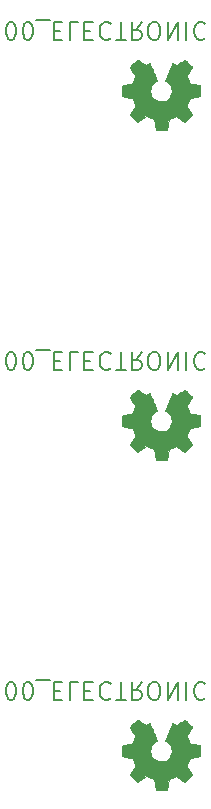
<source format=gbr>
G04 #@! TF.GenerationSoftware,KiCad,Pcbnew,5.1.5-52549c5~86~ubuntu18.04.1*
G04 #@! TF.CreationDate,2020-09-06T17:48:17-05:00*
G04 #@! TF.ProjectId,,58585858-5858-4585-9858-585858585858,rev?*
G04 #@! TF.SameCoordinates,Original*
G04 #@! TF.FileFunction,Legend,Bot*
G04 #@! TF.FilePolarity,Positive*
%FSLAX46Y46*%
G04 Gerber Fmt 4.6, Leading zero omitted, Abs format (unit mm)*
G04 Created by KiCad (PCBNEW 5.1.5-52549c5~86~ubuntu18.04.1) date 2020-09-06 17:48:17*
%MOMM*%
%LPD*%
G04 APERTURE LIST*
%ADD10C,0.150000*%
%ADD11C,0.010000*%
G04 APERTURE END LIST*
D10*
X109987771Y-99957628D02*
X110130628Y-99957628D01*
X110273485Y-99886200D01*
X110344914Y-99814771D01*
X110416342Y-99671914D01*
X110487771Y-99386200D01*
X110487771Y-99029057D01*
X110416342Y-98743342D01*
X110344914Y-98600485D01*
X110273485Y-98529057D01*
X110130628Y-98457628D01*
X109987771Y-98457628D01*
X109844914Y-98529057D01*
X109773485Y-98600485D01*
X109702057Y-98743342D01*
X109630628Y-99029057D01*
X109630628Y-99386200D01*
X109702057Y-99671914D01*
X109773485Y-99814771D01*
X109844914Y-99886200D01*
X109987771Y-99957628D01*
X111416342Y-99957628D02*
X111559200Y-99957628D01*
X111702057Y-99886200D01*
X111773485Y-99814771D01*
X111844914Y-99671914D01*
X111916342Y-99386200D01*
X111916342Y-99029057D01*
X111844914Y-98743342D01*
X111773485Y-98600485D01*
X111702057Y-98529057D01*
X111559200Y-98457628D01*
X111416342Y-98457628D01*
X111273485Y-98529057D01*
X111202057Y-98600485D01*
X111130628Y-98743342D01*
X111059200Y-99029057D01*
X111059200Y-99386200D01*
X111130628Y-99671914D01*
X111202057Y-99814771D01*
X111273485Y-99886200D01*
X111416342Y-99957628D01*
X112202057Y-98314771D02*
X113344914Y-98314771D01*
X113702057Y-99243342D02*
X114202057Y-99243342D01*
X114416342Y-98457628D02*
X113702057Y-98457628D01*
X113702057Y-99957628D01*
X114416342Y-99957628D01*
X115773485Y-98457628D02*
X115059200Y-98457628D01*
X115059200Y-99957628D01*
X116273485Y-99243342D02*
X116773485Y-99243342D01*
X116987771Y-98457628D02*
X116273485Y-98457628D01*
X116273485Y-99957628D01*
X116987771Y-99957628D01*
X118487771Y-98600485D02*
X118416342Y-98529057D01*
X118202057Y-98457628D01*
X118059200Y-98457628D01*
X117844914Y-98529057D01*
X117702057Y-98671914D01*
X117630628Y-98814771D01*
X117559200Y-99100485D01*
X117559200Y-99314771D01*
X117630628Y-99600485D01*
X117702057Y-99743342D01*
X117844914Y-99886200D01*
X118059200Y-99957628D01*
X118202057Y-99957628D01*
X118416342Y-99886200D01*
X118487771Y-99814771D01*
X118916342Y-99957628D02*
X119773485Y-99957628D01*
X119344914Y-98457628D02*
X119344914Y-99957628D01*
X121130628Y-98457628D02*
X120630628Y-99171914D01*
X120273485Y-98457628D02*
X120273485Y-99957628D01*
X120844914Y-99957628D01*
X120987771Y-99886200D01*
X121059200Y-99814771D01*
X121130628Y-99671914D01*
X121130628Y-99457628D01*
X121059200Y-99314771D01*
X120987771Y-99243342D01*
X120844914Y-99171914D01*
X120273485Y-99171914D01*
X122059200Y-99957628D02*
X122344914Y-99957628D01*
X122487771Y-99886200D01*
X122630628Y-99743342D01*
X122702057Y-99457628D01*
X122702057Y-98957628D01*
X122630628Y-98671914D01*
X122487771Y-98529057D01*
X122344914Y-98457628D01*
X122059200Y-98457628D01*
X121916342Y-98529057D01*
X121773485Y-98671914D01*
X121702057Y-98957628D01*
X121702057Y-99457628D01*
X121773485Y-99743342D01*
X121916342Y-99886200D01*
X122059200Y-99957628D01*
X123344914Y-98457628D02*
X123344914Y-99957628D01*
X124202057Y-98457628D01*
X124202057Y-99957628D01*
X124916342Y-98457628D02*
X124916342Y-99957628D01*
X126487771Y-98600485D02*
X126416342Y-98529057D01*
X126202057Y-98457628D01*
X126059200Y-98457628D01*
X125844914Y-98529057D01*
X125702057Y-98671914D01*
X125630628Y-98814771D01*
X125559200Y-99100485D01*
X125559200Y-99314771D01*
X125630628Y-99600485D01*
X125702057Y-99743342D01*
X125844914Y-99886200D01*
X126059200Y-99957628D01*
X126202057Y-99957628D01*
X126416342Y-99886200D01*
X126487771Y-99814771D01*
X109987771Y-72017628D02*
X110130628Y-72017628D01*
X110273485Y-71946200D01*
X110344914Y-71874771D01*
X110416342Y-71731914D01*
X110487771Y-71446200D01*
X110487771Y-71089057D01*
X110416342Y-70803342D01*
X110344914Y-70660485D01*
X110273485Y-70589057D01*
X110130628Y-70517628D01*
X109987771Y-70517628D01*
X109844914Y-70589057D01*
X109773485Y-70660485D01*
X109702057Y-70803342D01*
X109630628Y-71089057D01*
X109630628Y-71446200D01*
X109702057Y-71731914D01*
X109773485Y-71874771D01*
X109844914Y-71946200D01*
X109987771Y-72017628D01*
X111416342Y-72017628D02*
X111559200Y-72017628D01*
X111702057Y-71946200D01*
X111773485Y-71874771D01*
X111844914Y-71731914D01*
X111916342Y-71446200D01*
X111916342Y-71089057D01*
X111844914Y-70803342D01*
X111773485Y-70660485D01*
X111702057Y-70589057D01*
X111559200Y-70517628D01*
X111416342Y-70517628D01*
X111273485Y-70589057D01*
X111202057Y-70660485D01*
X111130628Y-70803342D01*
X111059200Y-71089057D01*
X111059200Y-71446200D01*
X111130628Y-71731914D01*
X111202057Y-71874771D01*
X111273485Y-71946200D01*
X111416342Y-72017628D01*
X112202057Y-70374771D02*
X113344914Y-70374771D01*
X113702057Y-71303342D02*
X114202057Y-71303342D01*
X114416342Y-70517628D02*
X113702057Y-70517628D01*
X113702057Y-72017628D01*
X114416342Y-72017628D01*
X115773485Y-70517628D02*
X115059200Y-70517628D01*
X115059200Y-72017628D01*
X116273485Y-71303342D02*
X116773485Y-71303342D01*
X116987771Y-70517628D02*
X116273485Y-70517628D01*
X116273485Y-72017628D01*
X116987771Y-72017628D01*
X118487771Y-70660485D02*
X118416342Y-70589057D01*
X118202057Y-70517628D01*
X118059200Y-70517628D01*
X117844914Y-70589057D01*
X117702057Y-70731914D01*
X117630628Y-70874771D01*
X117559200Y-71160485D01*
X117559200Y-71374771D01*
X117630628Y-71660485D01*
X117702057Y-71803342D01*
X117844914Y-71946200D01*
X118059200Y-72017628D01*
X118202057Y-72017628D01*
X118416342Y-71946200D01*
X118487771Y-71874771D01*
X118916342Y-72017628D02*
X119773485Y-72017628D01*
X119344914Y-70517628D02*
X119344914Y-72017628D01*
X121130628Y-70517628D02*
X120630628Y-71231914D01*
X120273485Y-70517628D02*
X120273485Y-72017628D01*
X120844914Y-72017628D01*
X120987771Y-71946200D01*
X121059200Y-71874771D01*
X121130628Y-71731914D01*
X121130628Y-71517628D01*
X121059200Y-71374771D01*
X120987771Y-71303342D01*
X120844914Y-71231914D01*
X120273485Y-71231914D01*
X122059200Y-72017628D02*
X122344914Y-72017628D01*
X122487771Y-71946200D01*
X122630628Y-71803342D01*
X122702057Y-71517628D01*
X122702057Y-71017628D01*
X122630628Y-70731914D01*
X122487771Y-70589057D01*
X122344914Y-70517628D01*
X122059200Y-70517628D01*
X121916342Y-70589057D01*
X121773485Y-70731914D01*
X121702057Y-71017628D01*
X121702057Y-71517628D01*
X121773485Y-71803342D01*
X121916342Y-71946200D01*
X122059200Y-72017628D01*
X123344914Y-70517628D02*
X123344914Y-72017628D01*
X124202057Y-70517628D01*
X124202057Y-72017628D01*
X124916342Y-70517628D02*
X124916342Y-72017628D01*
X126487771Y-70660485D02*
X126416342Y-70589057D01*
X126202057Y-70517628D01*
X126059200Y-70517628D01*
X125844914Y-70589057D01*
X125702057Y-70731914D01*
X125630628Y-70874771D01*
X125559200Y-71160485D01*
X125559200Y-71374771D01*
X125630628Y-71660485D01*
X125702057Y-71803342D01*
X125844914Y-71946200D01*
X126059200Y-72017628D01*
X126202057Y-72017628D01*
X126416342Y-71946200D01*
X126487771Y-71874771D01*
X109987771Y-44077628D02*
X110130628Y-44077628D01*
X110273485Y-44006200D01*
X110344914Y-43934771D01*
X110416342Y-43791914D01*
X110487771Y-43506200D01*
X110487771Y-43149057D01*
X110416342Y-42863342D01*
X110344914Y-42720485D01*
X110273485Y-42649057D01*
X110130628Y-42577628D01*
X109987771Y-42577628D01*
X109844914Y-42649057D01*
X109773485Y-42720485D01*
X109702057Y-42863342D01*
X109630628Y-43149057D01*
X109630628Y-43506200D01*
X109702057Y-43791914D01*
X109773485Y-43934771D01*
X109844914Y-44006200D01*
X109987771Y-44077628D01*
X111416342Y-44077628D02*
X111559200Y-44077628D01*
X111702057Y-44006200D01*
X111773485Y-43934771D01*
X111844914Y-43791914D01*
X111916342Y-43506200D01*
X111916342Y-43149057D01*
X111844914Y-42863342D01*
X111773485Y-42720485D01*
X111702057Y-42649057D01*
X111559200Y-42577628D01*
X111416342Y-42577628D01*
X111273485Y-42649057D01*
X111202057Y-42720485D01*
X111130628Y-42863342D01*
X111059200Y-43149057D01*
X111059200Y-43506200D01*
X111130628Y-43791914D01*
X111202057Y-43934771D01*
X111273485Y-44006200D01*
X111416342Y-44077628D01*
X112202057Y-42434771D02*
X113344914Y-42434771D01*
X113702057Y-43363342D02*
X114202057Y-43363342D01*
X114416342Y-42577628D02*
X113702057Y-42577628D01*
X113702057Y-44077628D01*
X114416342Y-44077628D01*
X115773485Y-42577628D02*
X115059200Y-42577628D01*
X115059200Y-44077628D01*
X116273485Y-43363342D02*
X116773485Y-43363342D01*
X116987771Y-42577628D02*
X116273485Y-42577628D01*
X116273485Y-44077628D01*
X116987771Y-44077628D01*
X118487771Y-42720485D02*
X118416342Y-42649057D01*
X118202057Y-42577628D01*
X118059200Y-42577628D01*
X117844914Y-42649057D01*
X117702057Y-42791914D01*
X117630628Y-42934771D01*
X117559200Y-43220485D01*
X117559200Y-43434771D01*
X117630628Y-43720485D01*
X117702057Y-43863342D01*
X117844914Y-44006200D01*
X118059200Y-44077628D01*
X118202057Y-44077628D01*
X118416342Y-44006200D01*
X118487771Y-43934771D01*
X118916342Y-44077628D02*
X119773485Y-44077628D01*
X119344914Y-42577628D02*
X119344914Y-44077628D01*
X121130628Y-42577628D02*
X120630628Y-43291914D01*
X120273485Y-42577628D02*
X120273485Y-44077628D01*
X120844914Y-44077628D01*
X120987771Y-44006200D01*
X121059200Y-43934771D01*
X121130628Y-43791914D01*
X121130628Y-43577628D01*
X121059200Y-43434771D01*
X120987771Y-43363342D01*
X120844914Y-43291914D01*
X120273485Y-43291914D01*
X122059200Y-44077628D02*
X122344914Y-44077628D01*
X122487771Y-44006200D01*
X122630628Y-43863342D01*
X122702057Y-43577628D01*
X122702057Y-43077628D01*
X122630628Y-42791914D01*
X122487771Y-42649057D01*
X122344914Y-42577628D01*
X122059200Y-42577628D01*
X121916342Y-42649057D01*
X121773485Y-42791914D01*
X121702057Y-43077628D01*
X121702057Y-43577628D01*
X121773485Y-43863342D01*
X121916342Y-44006200D01*
X122059200Y-44077628D01*
X123344914Y-42577628D02*
X123344914Y-44077628D01*
X124202057Y-42577628D01*
X124202057Y-44077628D01*
X124916342Y-42577628D02*
X124916342Y-44077628D01*
X126487771Y-42720485D02*
X126416342Y-42649057D01*
X126202057Y-42577628D01*
X126059200Y-42577628D01*
X125844914Y-42649057D01*
X125702057Y-42791914D01*
X125630628Y-42934771D01*
X125559200Y-43220485D01*
X125559200Y-43434771D01*
X125630628Y-43720485D01*
X125702057Y-43863342D01*
X125844914Y-44006200D01*
X126059200Y-44077628D01*
X126202057Y-44077628D01*
X126416342Y-44006200D01*
X126487771Y-43934771D01*
D11*
G36*
X123314014Y-107128269D02*
G01*
X123397835Y-106683645D01*
X123707120Y-106556147D01*
X124016406Y-106428649D01*
X124387446Y-106680954D01*
X124491357Y-106751204D01*
X124585287Y-106813928D01*
X124664852Y-106866262D01*
X124725670Y-106905343D01*
X124763357Y-106928307D01*
X124773621Y-106933258D01*
X124792110Y-106920524D01*
X124831620Y-106885318D01*
X124887722Y-106832138D01*
X124955987Y-106765482D01*
X125031986Y-106689846D01*
X125111292Y-106609728D01*
X125189475Y-106529626D01*
X125262107Y-106454036D01*
X125324759Y-106387455D01*
X125373003Y-106334382D01*
X125402410Y-106299313D01*
X125409441Y-106287577D01*
X125399323Y-106265940D01*
X125370959Y-106218538D01*
X125327329Y-106150007D01*
X125271418Y-106064985D01*
X125206206Y-105968107D01*
X125168419Y-105912850D01*
X125099543Y-105811952D01*
X125038340Y-105720901D01*
X124987778Y-105644230D01*
X124950828Y-105586472D01*
X124930458Y-105552157D01*
X124927397Y-105544946D01*
X124934336Y-105524452D01*
X124953251Y-105476687D01*
X124981287Y-105408368D01*
X125015591Y-105326211D01*
X125053309Y-105236930D01*
X125091587Y-105147242D01*
X125127570Y-105063862D01*
X125158406Y-104993506D01*
X125181239Y-104942890D01*
X125193217Y-104918729D01*
X125193924Y-104917778D01*
X125212731Y-104913164D01*
X125262818Y-104902872D01*
X125338993Y-104887913D01*
X125436065Y-104869299D01*
X125548843Y-104848041D01*
X125614642Y-104835782D01*
X125735150Y-104812838D01*
X125843997Y-104791005D01*
X125935676Y-104771478D01*
X126004681Y-104755452D01*
X126045504Y-104744121D01*
X126053711Y-104740526D01*
X126061748Y-104716194D01*
X126068233Y-104661241D01*
X126073170Y-104582092D01*
X126076564Y-104485174D01*
X126078418Y-104376913D01*
X126078738Y-104263735D01*
X126077527Y-104152065D01*
X126074790Y-104048332D01*
X126070531Y-103958959D01*
X126064755Y-103890374D01*
X126057467Y-103849003D01*
X126053095Y-103840390D01*
X126026964Y-103830067D01*
X125971593Y-103815308D01*
X125894307Y-103797848D01*
X125802430Y-103779420D01*
X125770358Y-103773459D01*
X125615724Y-103745134D01*
X125493575Y-103722324D01*
X125399873Y-103704120D01*
X125330584Y-103689617D01*
X125281671Y-103677908D01*
X125249097Y-103668085D01*
X125228828Y-103659244D01*
X125216826Y-103650476D01*
X125215147Y-103648743D01*
X125198384Y-103620829D01*
X125172814Y-103566505D01*
X125140988Y-103492423D01*
X125105460Y-103405235D01*
X125068783Y-103311592D01*
X125033511Y-103218148D01*
X125002196Y-103131553D01*
X124977393Y-103058460D01*
X124961654Y-103005522D01*
X124957532Y-102979389D01*
X124957876Y-102978474D01*
X124971841Y-102957114D01*
X125003522Y-102910116D01*
X125049591Y-102842373D01*
X125106718Y-102758777D01*
X125171573Y-102664218D01*
X125190043Y-102637346D01*
X125255899Y-102539925D01*
X125313850Y-102451037D01*
X125360738Y-102375788D01*
X125393407Y-102319280D01*
X125408700Y-102286619D01*
X125409441Y-102282607D01*
X125396592Y-102261516D01*
X125361088Y-102219736D01*
X125307493Y-102161755D01*
X125240371Y-102092065D01*
X125164287Y-102015155D01*
X125083804Y-101935517D01*
X125003487Y-101857639D01*
X124927899Y-101786014D01*
X124861605Y-101725130D01*
X124809169Y-101679479D01*
X124775155Y-101653550D01*
X124765745Y-101649317D01*
X124743843Y-101659288D01*
X124699000Y-101686180D01*
X124638521Y-101725464D01*
X124591989Y-101757083D01*
X124507675Y-101815102D01*
X124407826Y-101883416D01*
X124307673Y-101951621D01*
X124253827Y-101988125D01*
X124071571Y-102111400D01*
X123918581Y-102028680D01*
X123848882Y-101992441D01*
X123789614Y-101964274D01*
X123749511Y-101948209D01*
X123739303Y-101945974D01*
X123727029Y-101962478D01*
X123702813Y-102009118D01*
X123668463Y-102081591D01*
X123625788Y-102175594D01*
X123576594Y-102286826D01*
X123522690Y-102410985D01*
X123465884Y-102543768D01*
X123407982Y-102680873D01*
X123350793Y-102817998D01*
X123296124Y-102950842D01*
X123245784Y-103075102D01*
X123201580Y-103186475D01*
X123165319Y-103280661D01*
X123138809Y-103353356D01*
X123123858Y-103400259D01*
X123121454Y-103416367D01*
X123140511Y-103436914D01*
X123182236Y-103470267D01*
X123237906Y-103509498D01*
X123242578Y-103512601D01*
X123386464Y-103627777D01*
X123502483Y-103762147D01*
X123589630Y-103911416D01*
X123646899Y-104071287D01*
X123673286Y-104237463D01*
X123667785Y-104405648D01*
X123629390Y-104571545D01*
X123557095Y-104730858D01*
X123535826Y-104765713D01*
X123425196Y-104906463D01*
X123294502Y-105019486D01*
X123148264Y-105104197D01*
X122991008Y-105160006D01*
X122827257Y-105186326D01*
X122661533Y-105182570D01*
X122498362Y-105148150D01*
X122342265Y-105082477D01*
X122197767Y-104984965D01*
X122153069Y-104945387D01*
X122039312Y-104821497D01*
X121956418Y-104691076D01*
X121899556Y-104544885D01*
X121867887Y-104400112D01*
X121860069Y-104237340D01*
X121886138Y-104073760D01*
X121943445Y-103914902D01*
X122029344Y-103766294D01*
X122141186Y-103633465D01*
X122276323Y-103521944D01*
X122294083Y-103510189D01*
X122350350Y-103471692D01*
X122393123Y-103438337D01*
X122413572Y-103417040D01*
X122413869Y-103416367D01*
X122409479Y-103393329D01*
X122392076Y-103341043D01*
X122363468Y-103263810D01*
X122325465Y-103165932D01*
X122279874Y-103051709D01*
X122228503Y-102925442D01*
X122173162Y-102791433D01*
X122115658Y-102653982D01*
X122057801Y-102517392D01*
X122001398Y-102385963D01*
X121948258Y-102263995D01*
X121900190Y-102155791D01*
X121859001Y-102065651D01*
X121826501Y-101997877D01*
X121804497Y-101956770D01*
X121795636Y-101945974D01*
X121768560Y-101954381D01*
X121717897Y-101976928D01*
X121652383Y-102009587D01*
X121616359Y-102028680D01*
X121463368Y-102111400D01*
X121281112Y-101988125D01*
X121188075Y-101924972D01*
X121086215Y-101855473D01*
X120990762Y-101790035D01*
X120942950Y-101757083D01*
X120875705Y-101711927D01*
X120818764Y-101676143D01*
X120779554Y-101654262D01*
X120766819Y-101649637D01*
X120748283Y-101662115D01*
X120707259Y-101696948D01*
X120647725Y-101750522D01*
X120573658Y-101819217D01*
X120489035Y-101899419D01*
X120435515Y-101950914D01*
X120341881Y-102042914D01*
X120260959Y-102125201D01*
X120196023Y-102194255D01*
X120150342Y-102246556D01*
X120127189Y-102278584D01*
X120124968Y-102285084D01*
X120135276Y-102309806D01*
X120163761Y-102359795D01*
X120207263Y-102429988D01*
X120262623Y-102515325D01*
X120326680Y-102610744D01*
X120344897Y-102637346D01*
X120411273Y-102734033D01*
X120470822Y-102821083D01*
X120520216Y-102893605D01*
X120556125Y-102946707D01*
X120575219Y-102975497D01*
X120577064Y-102978474D01*
X120574305Y-103001418D01*
X120559662Y-103051864D01*
X120535687Y-103123159D01*
X120504934Y-103208653D01*
X120469956Y-103301693D01*
X120433307Y-103395626D01*
X120397539Y-103483801D01*
X120365206Y-103559566D01*
X120338862Y-103616269D01*
X120321058Y-103647257D01*
X120319793Y-103648743D01*
X120308906Y-103657599D01*
X120290518Y-103666357D01*
X120260594Y-103675923D01*
X120215097Y-103687204D01*
X120149991Y-103701107D01*
X120061239Y-103718537D01*
X119944807Y-103740402D01*
X119796658Y-103767609D01*
X119764582Y-103773459D01*
X119669514Y-103791826D01*
X119586635Y-103809795D01*
X119523270Y-103825631D01*
X119486742Y-103837600D01*
X119481844Y-103840390D01*
X119473773Y-103865128D01*
X119467213Y-103920410D01*
X119462167Y-103999811D01*
X119458641Y-104096904D01*
X119456639Y-104205262D01*
X119456164Y-104318460D01*
X119457223Y-104430072D01*
X119459818Y-104533671D01*
X119463954Y-104622832D01*
X119469637Y-104691128D01*
X119476869Y-104732134D01*
X119481229Y-104740526D01*
X119505502Y-104748992D01*
X119560774Y-104762765D01*
X119641538Y-104780650D01*
X119742288Y-104801452D01*
X119857517Y-104823977D01*
X119920298Y-104835782D01*
X120039413Y-104858049D01*
X120145635Y-104878221D01*
X120233773Y-104895285D01*
X120298634Y-104908231D01*
X120335026Y-104916045D01*
X120341016Y-104917778D01*
X120351139Y-104937310D01*
X120372538Y-104984357D01*
X120402361Y-105052197D01*
X120437755Y-105134109D01*
X120475868Y-105223372D01*
X120513847Y-105313265D01*
X120548840Y-105397065D01*
X120577994Y-105468053D01*
X120598457Y-105519506D01*
X120607377Y-105544703D01*
X120607543Y-105545804D01*
X120597431Y-105565681D01*
X120569083Y-105611423D01*
X120525477Y-105678483D01*
X120469594Y-105762316D01*
X120404413Y-105858374D01*
X120366521Y-105913550D01*
X120297475Y-106014719D01*
X120236150Y-106106570D01*
X120185537Y-106184456D01*
X120148629Y-106243731D01*
X120128418Y-106279749D01*
X120125499Y-106287823D01*
X120138047Y-106306616D01*
X120172737Y-106346743D01*
X120225137Y-106403707D01*
X120290816Y-106473015D01*
X120365344Y-106550169D01*
X120444287Y-106630675D01*
X120523217Y-106710037D01*
X120597700Y-106783760D01*
X120663306Y-106847348D01*
X120715604Y-106896306D01*
X120750161Y-106926139D01*
X120761722Y-106933258D01*
X120780546Y-106923247D01*
X120825569Y-106895122D01*
X120892413Y-106851746D01*
X120976701Y-106795982D01*
X121074056Y-106730694D01*
X121147493Y-106680954D01*
X121518533Y-106428649D01*
X122137105Y-106683645D01*
X122220925Y-107128269D01*
X122304746Y-107572893D01*
X123230194Y-107572893D01*
X123314014Y-107128269D01*
G37*
X123314014Y-107128269D02*
X123397835Y-106683645D01*
X123707120Y-106556147D01*
X124016406Y-106428649D01*
X124387446Y-106680954D01*
X124491357Y-106751204D01*
X124585287Y-106813928D01*
X124664852Y-106866262D01*
X124725670Y-106905343D01*
X124763357Y-106928307D01*
X124773621Y-106933258D01*
X124792110Y-106920524D01*
X124831620Y-106885318D01*
X124887722Y-106832138D01*
X124955987Y-106765482D01*
X125031986Y-106689846D01*
X125111292Y-106609728D01*
X125189475Y-106529626D01*
X125262107Y-106454036D01*
X125324759Y-106387455D01*
X125373003Y-106334382D01*
X125402410Y-106299313D01*
X125409441Y-106287577D01*
X125399323Y-106265940D01*
X125370959Y-106218538D01*
X125327329Y-106150007D01*
X125271418Y-106064985D01*
X125206206Y-105968107D01*
X125168419Y-105912850D01*
X125099543Y-105811952D01*
X125038340Y-105720901D01*
X124987778Y-105644230D01*
X124950828Y-105586472D01*
X124930458Y-105552157D01*
X124927397Y-105544946D01*
X124934336Y-105524452D01*
X124953251Y-105476687D01*
X124981287Y-105408368D01*
X125015591Y-105326211D01*
X125053309Y-105236930D01*
X125091587Y-105147242D01*
X125127570Y-105063862D01*
X125158406Y-104993506D01*
X125181239Y-104942890D01*
X125193217Y-104918729D01*
X125193924Y-104917778D01*
X125212731Y-104913164D01*
X125262818Y-104902872D01*
X125338993Y-104887913D01*
X125436065Y-104869299D01*
X125548843Y-104848041D01*
X125614642Y-104835782D01*
X125735150Y-104812838D01*
X125843997Y-104791005D01*
X125935676Y-104771478D01*
X126004681Y-104755452D01*
X126045504Y-104744121D01*
X126053711Y-104740526D01*
X126061748Y-104716194D01*
X126068233Y-104661241D01*
X126073170Y-104582092D01*
X126076564Y-104485174D01*
X126078418Y-104376913D01*
X126078738Y-104263735D01*
X126077527Y-104152065D01*
X126074790Y-104048332D01*
X126070531Y-103958959D01*
X126064755Y-103890374D01*
X126057467Y-103849003D01*
X126053095Y-103840390D01*
X126026964Y-103830067D01*
X125971593Y-103815308D01*
X125894307Y-103797848D01*
X125802430Y-103779420D01*
X125770358Y-103773459D01*
X125615724Y-103745134D01*
X125493575Y-103722324D01*
X125399873Y-103704120D01*
X125330584Y-103689617D01*
X125281671Y-103677908D01*
X125249097Y-103668085D01*
X125228828Y-103659244D01*
X125216826Y-103650476D01*
X125215147Y-103648743D01*
X125198384Y-103620829D01*
X125172814Y-103566505D01*
X125140988Y-103492423D01*
X125105460Y-103405235D01*
X125068783Y-103311592D01*
X125033511Y-103218148D01*
X125002196Y-103131553D01*
X124977393Y-103058460D01*
X124961654Y-103005522D01*
X124957532Y-102979389D01*
X124957876Y-102978474D01*
X124971841Y-102957114D01*
X125003522Y-102910116D01*
X125049591Y-102842373D01*
X125106718Y-102758777D01*
X125171573Y-102664218D01*
X125190043Y-102637346D01*
X125255899Y-102539925D01*
X125313850Y-102451037D01*
X125360738Y-102375788D01*
X125393407Y-102319280D01*
X125408700Y-102286619D01*
X125409441Y-102282607D01*
X125396592Y-102261516D01*
X125361088Y-102219736D01*
X125307493Y-102161755D01*
X125240371Y-102092065D01*
X125164287Y-102015155D01*
X125083804Y-101935517D01*
X125003487Y-101857639D01*
X124927899Y-101786014D01*
X124861605Y-101725130D01*
X124809169Y-101679479D01*
X124775155Y-101653550D01*
X124765745Y-101649317D01*
X124743843Y-101659288D01*
X124699000Y-101686180D01*
X124638521Y-101725464D01*
X124591989Y-101757083D01*
X124507675Y-101815102D01*
X124407826Y-101883416D01*
X124307673Y-101951621D01*
X124253827Y-101988125D01*
X124071571Y-102111400D01*
X123918581Y-102028680D01*
X123848882Y-101992441D01*
X123789614Y-101964274D01*
X123749511Y-101948209D01*
X123739303Y-101945974D01*
X123727029Y-101962478D01*
X123702813Y-102009118D01*
X123668463Y-102081591D01*
X123625788Y-102175594D01*
X123576594Y-102286826D01*
X123522690Y-102410985D01*
X123465884Y-102543768D01*
X123407982Y-102680873D01*
X123350793Y-102817998D01*
X123296124Y-102950842D01*
X123245784Y-103075102D01*
X123201580Y-103186475D01*
X123165319Y-103280661D01*
X123138809Y-103353356D01*
X123123858Y-103400259D01*
X123121454Y-103416367D01*
X123140511Y-103436914D01*
X123182236Y-103470267D01*
X123237906Y-103509498D01*
X123242578Y-103512601D01*
X123386464Y-103627777D01*
X123502483Y-103762147D01*
X123589630Y-103911416D01*
X123646899Y-104071287D01*
X123673286Y-104237463D01*
X123667785Y-104405648D01*
X123629390Y-104571545D01*
X123557095Y-104730858D01*
X123535826Y-104765713D01*
X123425196Y-104906463D01*
X123294502Y-105019486D01*
X123148264Y-105104197D01*
X122991008Y-105160006D01*
X122827257Y-105186326D01*
X122661533Y-105182570D01*
X122498362Y-105148150D01*
X122342265Y-105082477D01*
X122197767Y-104984965D01*
X122153069Y-104945387D01*
X122039312Y-104821497D01*
X121956418Y-104691076D01*
X121899556Y-104544885D01*
X121867887Y-104400112D01*
X121860069Y-104237340D01*
X121886138Y-104073760D01*
X121943445Y-103914902D01*
X122029344Y-103766294D01*
X122141186Y-103633465D01*
X122276323Y-103521944D01*
X122294083Y-103510189D01*
X122350350Y-103471692D01*
X122393123Y-103438337D01*
X122413572Y-103417040D01*
X122413869Y-103416367D01*
X122409479Y-103393329D01*
X122392076Y-103341043D01*
X122363468Y-103263810D01*
X122325465Y-103165932D01*
X122279874Y-103051709D01*
X122228503Y-102925442D01*
X122173162Y-102791433D01*
X122115658Y-102653982D01*
X122057801Y-102517392D01*
X122001398Y-102385963D01*
X121948258Y-102263995D01*
X121900190Y-102155791D01*
X121859001Y-102065651D01*
X121826501Y-101997877D01*
X121804497Y-101956770D01*
X121795636Y-101945974D01*
X121768560Y-101954381D01*
X121717897Y-101976928D01*
X121652383Y-102009587D01*
X121616359Y-102028680D01*
X121463368Y-102111400D01*
X121281112Y-101988125D01*
X121188075Y-101924972D01*
X121086215Y-101855473D01*
X120990762Y-101790035D01*
X120942950Y-101757083D01*
X120875705Y-101711927D01*
X120818764Y-101676143D01*
X120779554Y-101654262D01*
X120766819Y-101649637D01*
X120748283Y-101662115D01*
X120707259Y-101696948D01*
X120647725Y-101750522D01*
X120573658Y-101819217D01*
X120489035Y-101899419D01*
X120435515Y-101950914D01*
X120341881Y-102042914D01*
X120260959Y-102125201D01*
X120196023Y-102194255D01*
X120150342Y-102246556D01*
X120127189Y-102278584D01*
X120124968Y-102285084D01*
X120135276Y-102309806D01*
X120163761Y-102359795D01*
X120207263Y-102429988D01*
X120262623Y-102515325D01*
X120326680Y-102610744D01*
X120344897Y-102637346D01*
X120411273Y-102734033D01*
X120470822Y-102821083D01*
X120520216Y-102893605D01*
X120556125Y-102946707D01*
X120575219Y-102975497D01*
X120577064Y-102978474D01*
X120574305Y-103001418D01*
X120559662Y-103051864D01*
X120535687Y-103123159D01*
X120504934Y-103208653D01*
X120469956Y-103301693D01*
X120433307Y-103395626D01*
X120397539Y-103483801D01*
X120365206Y-103559566D01*
X120338862Y-103616269D01*
X120321058Y-103647257D01*
X120319793Y-103648743D01*
X120308906Y-103657599D01*
X120290518Y-103666357D01*
X120260594Y-103675923D01*
X120215097Y-103687204D01*
X120149991Y-103701107D01*
X120061239Y-103718537D01*
X119944807Y-103740402D01*
X119796658Y-103767609D01*
X119764582Y-103773459D01*
X119669514Y-103791826D01*
X119586635Y-103809795D01*
X119523270Y-103825631D01*
X119486742Y-103837600D01*
X119481844Y-103840390D01*
X119473773Y-103865128D01*
X119467213Y-103920410D01*
X119462167Y-103999811D01*
X119458641Y-104096904D01*
X119456639Y-104205262D01*
X119456164Y-104318460D01*
X119457223Y-104430072D01*
X119459818Y-104533671D01*
X119463954Y-104622832D01*
X119469637Y-104691128D01*
X119476869Y-104732134D01*
X119481229Y-104740526D01*
X119505502Y-104748992D01*
X119560774Y-104762765D01*
X119641538Y-104780650D01*
X119742288Y-104801452D01*
X119857517Y-104823977D01*
X119920298Y-104835782D01*
X120039413Y-104858049D01*
X120145635Y-104878221D01*
X120233773Y-104895285D01*
X120298634Y-104908231D01*
X120335026Y-104916045D01*
X120341016Y-104917778D01*
X120351139Y-104937310D01*
X120372538Y-104984357D01*
X120402361Y-105052197D01*
X120437755Y-105134109D01*
X120475868Y-105223372D01*
X120513847Y-105313265D01*
X120548840Y-105397065D01*
X120577994Y-105468053D01*
X120598457Y-105519506D01*
X120607377Y-105544703D01*
X120607543Y-105545804D01*
X120597431Y-105565681D01*
X120569083Y-105611423D01*
X120525477Y-105678483D01*
X120469594Y-105762316D01*
X120404413Y-105858374D01*
X120366521Y-105913550D01*
X120297475Y-106014719D01*
X120236150Y-106106570D01*
X120185537Y-106184456D01*
X120148629Y-106243731D01*
X120128418Y-106279749D01*
X120125499Y-106287823D01*
X120138047Y-106306616D01*
X120172737Y-106346743D01*
X120225137Y-106403707D01*
X120290816Y-106473015D01*
X120365344Y-106550169D01*
X120444287Y-106630675D01*
X120523217Y-106710037D01*
X120597700Y-106783760D01*
X120663306Y-106847348D01*
X120715604Y-106896306D01*
X120750161Y-106926139D01*
X120761722Y-106933258D01*
X120780546Y-106923247D01*
X120825569Y-106895122D01*
X120892413Y-106851746D01*
X120976701Y-106795982D01*
X121074056Y-106730694D01*
X121147493Y-106680954D01*
X121518533Y-106428649D01*
X122137105Y-106683645D01*
X122220925Y-107128269D01*
X122304746Y-107572893D01*
X123230194Y-107572893D01*
X123314014Y-107128269D01*
G36*
X123314014Y-79188269D02*
G01*
X123397835Y-78743645D01*
X123707120Y-78616147D01*
X124016406Y-78488649D01*
X124387446Y-78740954D01*
X124491357Y-78811204D01*
X124585287Y-78873928D01*
X124664852Y-78926262D01*
X124725670Y-78965343D01*
X124763357Y-78988307D01*
X124773621Y-78993258D01*
X124792110Y-78980524D01*
X124831620Y-78945318D01*
X124887722Y-78892138D01*
X124955987Y-78825482D01*
X125031986Y-78749846D01*
X125111292Y-78669728D01*
X125189475Y-78589626D01*
X125262107Y-78514036D01*
X125324759Y-78447455D01*
X125373003Y-78394382D01*
X125402410Y-78359313D01*
X125409441Y-78347577D01*
X125399323Y-78325940D01*
X125370959Y-78278538D01*
X125327329Y-78210007D01*
X125271418Y-78124985D01*
X125206206Y-78028107D01*
X125168419Y-77972850D01*
X125099543Y-77871952D01*
X125038340Y-77780901D01*
X124987778Y-77704230D01*
X124950828Y-77646472D01*
X124930458Y-77612157D01*
X124927397Y-77604946D01*
X124934336Y-77584452D01*
X124953251Y-77536687D01*
X124981287Y-77468368D01*
X125015591Y-77386211D01*
X125053309Y-77296930D01*
X125091587Y-77207242D01*
X125127570Y-77123862D01*
X125158406Y-77053506D01*
X125181239Y-77002890D01*
X125193217Y-76978729D01*
X125193924Y-76977778D01*
X125212731Y-76973164D01*
X125262818Y-76962872D01*
X125338993Y-76947913D01*
X125436065Y-76929299D01*
X125548843Y-76908041D01*
X125614642Y-76895782D01*
X125735150Y-76872838D01*
X125843997Y-76851005D01*
X125935676Y-76831478D01*
X126004681Y-76815452D01*
X126045504Y-76804121D01*
X126053711Y-76800526D01*
X126061748Y-76776194D01*
X126068233Y-76721241D01*
X126073170Y-76642092D01*
X126076564Y-76545174D01*
X126078418Y-76436913D01*
X126078738Y-76323735D01*
X126077527Y-76212065D01*
X126074790Y-76108332D01*
X126070531Y-76018959D01*
X126064755Y-75950374D01*
X126057467Y-75909003D01*
X126053095Y-75900390D01*
X126026964Y-75890067D01*
X125971593Y-75875308D01*
X125894307Y-75857848D01*
X125802430Y-75839420D01*
X125770358Y-75833459D01*
X125615724Y-75805134D01*
X125493575Y-75782324D01*
X125399873Y-75764120D01*
X125330584Y-75749617D01*
X125281671Y-75737908D01*
X125249097Y-75728085D01*
X125228828Y-75719244D01*
X125216826Y-75710476D01*
X125215147Y-75708743D01*
X125198384Y-75680829D01*
X125172814Y-75626505D01*
X125140988Y-75552423D01*
X125105460Y-75465235D01*
X125068783Y-75371592D01*
X125033511Y-75278148D01*
X125002196Y-75191553D01*
X124977393Y-75118460D01*
X124961654Y-75065522D01*
X124957532Y-75039389D01*
X124957876Y-75038474D01*
X124971841Y-75017114D01*
X125003522Y-74970116D01*
X125049591Y-74902373D01*
X125106718Y-74818777D01*
X125171573Y-74724218D01*
X125190043Y-74697346D01*
X125255899Y-74599925D01*
X125313850Y-74511037D01*
X125360738Y-74435788D01*
X125393407Y-74379280D01*
X125408700Y-74346619D01*
X125409441Y-74342607D01*
X125396592Y-74321516D01*
X125361088Y-74279736D01*
X125307493Y-74221755D01*
X125240371Y-74152065D01*
X125164287Y-74075155D01*
X125083804Y-73995517D01*
X125003487Y-73917639D01*
X124927899Y-73846014D01*
X124861605Y-73785130D01*
X124809169Y-73739479D01*
X124775155Y-73713550D01*
X124765745Y-73709317D01*
X124743843Y-73719288D01*
X124699000Y-73746180D01*
X124638521Y-73785464D01*
X124591989Y-73817083D01*
X124507675Y-73875102D01*
X124407826Y-73943416D01*
X124307673Y-74011621D01*
X124253827Y-74048125D01*
X124071571Y-74171400D01*
X123918581Y-74088680D01*
X123848882Y-74052441D01*
X123789614Y-74024274D01*
X123749511Y-74008209D01*
X123739303Y-74005974D01*
X123727029Y-74022478D01*
X123702813Y-74069118D01*
X123668463Y-74141591D01*
X123625788Y-74235594D01*
X123576594Y-74346826D01*
X123522690Y-74470985D01*
X123465884Y-74603768D01*
X123407982Y-74740873D01*
X123350793Y-74877998D01*
X123296124Y-75010842D01*
X123245784Y-75135102D01*
X123201580Y-75246475D01*
X123165319Y-75340661D01*
X123138809Y-75413356D01*
X123123858Y-75460259D01*
X123121454Y-75476367D01*
X123140511Y-75496914D01*
X123182236Y-75530267D01*
X123237906Y-75569498D01*
X123242578Y-75572601D01*
X123386464Y-75687777D01*
X123502483Y-75822147D01*
X123589630Y-75971416D01*
X123646899Y-76131287D01*
X123673286Y-76297463D01*
X123667785Y-76465648D01*
X123629390Y-76631545D01*
X123557095Y-76790858D01*
X123535826Y-76825713D01*
X123425196Y-76966463D01*
X123294502Y-77079486D01*
X123148264Y-77164197D01*
X122991008Y-77220006D01*
X122827257Y-77246326D01*
X122661533Y-77242570D01*
X122498362Y-77208150D01*
X122342265Y-77142477D01*
X122197767Y-77044965D01*
X122153069Y-77005387D01*
X122039312Y-76881497D01*
X121956418Y-76751076D01*
X121899556Y-76604885D01*
X121867887Y-76460112D01*
X121860069Y-76297340D01*
X121886138Y-76133760D01*
X121943445Y-75974902D01*
X122029344Y-75826294D01*
X122141186Y-75693465D01*
X122276323Y-75581944D01*
X122294083Y-75570189D01*
X122350350Y-75531692D01*
X122393123Y-75498337D01*
X122413572Y-75477040D01*
X122413869Y-75476367D01*
X122409479Y-75453329D01*
X122392076Y-75401043D01*
X122363468Y-75323810D01*
X122325465Y-75225932D01*
X122279874Y-75111709D01*
X122228503Y-74985442D01*
X122173162Y-74851433D01*
X122115658Y-74713982D01*
X122057801Y-74577392D01*
X122001398Y-74445963D01*
X121948258Y-74323995D01*
X121900190Y-74215791D01*
X121859001Y-74125651D01*
X121826501Y-74057877D01*
X121804497Y-74016770D01*
X121795636Y-74005974D01*
X121768560Y-74014381D01*
X121717897Y-74036928D01*
X121652383Y-74069587D01*
X121616359Y-74088680D01*
X121463368Y-74171400D01*
X121281112Y-74048125D01*
X121188075Y-73984972D01*
X121086215Y-73915473D01*
X120990762Y-73850035D01*
X120942950Y-73817083D01*
X120875705Y-73771927D01*
X120818764Y-73736143D01*
X120779554Y-73714262D01*
X120766819Y-73709637D01*
X120748283Y-73722115D01*
X120707259Y-73756948D01*
X120647725Y-73810522D01*
X120573658Y-73879217D01*
X120489035Y-73959419D01*
X120435515Y-74010914D01*
X120341881Y-74102914D01*
X120260959Y-74185201D01*
X120196023Y-74254255D01*
X120150342Y-74306556D01*
X120127189Y-74338584D01*
X120124968Y-74345084D01*
X120135276Y-74369806D01*
X120163761Y-74419795D01*
X120207263Y-74489988D01*
X120262623Y-74575325D01*
X120326680Y-74670744D01*
X120344897Y-74697346D01*
X120411273Y-74794033D01*
X120470822Y-74881083D01*
X120520216Y-74953605D01*
X120556125Y-75006707D01*
X120575219Y-75035497D01*
X120577064Y-75038474D01*
X120574305Y-75061418D01*
X120559662Y-75111864D01*
X120535687Y-75183159D01*
X120504934Y-75268653D01*
X120469956Y-75361693D01*
X120433307Y-75455626D01*
X120397539Y-75543801D01*
X120365206Y-75619566D01*
X120338862Y-75676269D01*
X120321058Y-75707257D01*
X120319793Y-75708743D01*
X120308906Y-75717599D01*
X120290518Y-75726357D01*
X120260594Y-75735923D01*
X120215097Y-75747204D01*
X120149991Y-75761107D01*
X120061239Y-75778537D01*
X119944807Y-75800402D01*
X119796658Y-75827609D01*
X119764582Y-75833459D01*
X119669514Y-75851826D01*
X119586635Y-75869795D01*
X119523270Y-75885631D01*
X119486742Y-75897600D01*
X119481844Y-75900390D01*
X119473773Y-75925128D01*
X119467213Y-75980410D01*
X119462167Y-76059811D01*
X119458641Y-76156904D01*
X119456639Y-76265262D01*
X119456164Y-76378460D01*
X119457223Y-76490072D01*
X119459818Y-76593671D01*
X119463954Y-76682832D01*
X119469637Y-76751128D01*
X119476869Y-76792134D01*
X119481229Y-76800526D01*
X119505502Y-76808992D01*
X119560774Y-76822765D01*
X119641538Y-76840650D01*
X119742288Y-76861452D01*
X119857517Y-76883977D01*
X119920298Y-76895782D01*
X120039413Y-76918049D01*
X120145635Y-76938221D01*
X120233773Y-76955285D01*
X120298634Y-76968231D01*
X120335026Y-76976045D01*
X120341016Y-76977778D01*
X120351139Y-76997310D01*
X120372538Y-77044357D01*
X120402361Y-77112197D01*
X120437755Y-77194109D01*
X120475868Y-77283372D01*
X120513847Y-77373265D01*
X120548840Y-77457065D01*
X120577994Y-77528053D01*
X120598457Y-77579506D01*
X120607377Y-77604703D01*
X120607543Y-77605804D01*
X120597431Y-77625681D01*
X120569083Y-77671423D01*
X120525477Y-77738483D01*
X120469594Y-77822316D01*
X120404413Y-77918374D01*
X120366521Y-77973550D01*
X120297475Y-78074719D01*
X120236150Y-78166570D01*
X120185537Y-78244456D01*
X120148629Y-78303731D01*
X120128418Y-78339749D01*
X120125499Y-78347823D01*
X120138047Y-78366616D01*
X120172737Y-78406743D01*
X120225137Y-78463707D01*
X120290816Y-78533015D01*
X120365344Y-78610169D01*
X120444287Y-78690675D01*
X120523217Y-78770037D01*
X120597700Y-78843760D01*
X120663306Y-78907348D01*
X120715604Y-78956306D01*
X120750161Y-78986139D01*
X120761722Y-78993258D01*
X120780546Y-78983247D01*
X120825569Y-78955122D01*
X120892413Y-78911746D01*
X120976701Y-78855982D01*
X121074056Y-78790694D01*
X121147493Y-78740954D01*
X121518533Y-78488649D01*
X122137105Y-78743645D01*
X122220925Y-79188269D01*
X122304746Y-79632893D01*
X123230194Y-79632893D01*
X123314014Y-79188269D01*
G37*
X123314014Y-79188269D02*
X123397835Y-78743645D01*
X123707120Y-78616147D01*
X124016406Y-78488649D01*
X124387446Y-78740954D01*
X124491357Y-78811204D01*
X124585287Y-78873928D01*
X124664852Y-78926262D01*
X124725670Y-78965343D01*
X124763357Y-78988307D01*
X124773621Y-78993258D01*
X124792110Y-78980524D01*
X124831620Y-78945318D01*
X124887722Y-78892138D01*
X124955987Y-78825482D01*
X125031986Y-78749846D01*
X125111292Y-78669728D01*
X125189475Y-78589626D01*
X125262107Y-78514036D01*
X125324759Y-78447455D01*
X125373003Y-78394382D01*
X125402410Y-78359313D01*
X125409441Y-78347577D01*
X125399323Y-78325940D01*
X125370959Y-78278538D01*
X125327329Y-78210007D01*
X125271418Y-78124985D01*
X125206206Y-78028107D01*
X125168419Y-77972850D01*
X125099543Y-77871952D01*
X125038340Y-77780901D01*
X124987778Y-77704230D01*
X124950828Y-77646472D01*
X124930458Y-77612157D01*
X124927397Y-77604946D01*
X124934336Y-77584452D01*
X124953251Y-77536687D01*
X124981287Y-77468368D01*
X125015591Y-77386211D01*
X125053309Y-77296930D01*
X125091587Y-77207242D01*
X125127570Y-77123862D01*
X125158406Y-77053506D01*
X125181239Y-77002890D01*
X125193217Y-76978729D01*
X125193924Y-76977778D01*
X125212731Y-76973164D01*
X125262818Y-76962872D01*
X125338993Y-76947913D01*
X125436065Y-76929299D01*
X125548843Y-76908041D01*
X125614642Y-76895782D01*
X125735150Y-76872838D01*
X125843997Y-76851005D01*
X125935676Y-76831478D01*
X126004681Y-76815452D01*
X126045504Y-76804121D01*
X126053711Y-76800526D01*
X126061748Y-76776194D01*
X126068233Y-76721241D01*
X126073170Y-76642092D01*
X126076564Y-76545174D01*
X126078418Y-76436913D01*
X126078738Y-76323735D01*
X126077527Y-76212065D01*
X126074790Y-76108332D01*
X126070531Y-76018959D01*
X126064755Y-75950374D01*
X126057467Y-75909003D01*
X126053095Y-75900390D01*
X126026964Y-75890067D01*
X125971593Y-75875308D01*
X125894307Y-75857848D01*
X125802430Y-75839420D01*
X125770358Y-75833459D01*
X125615724Y-75805134D01*
X125493575Y-75782324D01*
X125399873Y-75764120D01*
X125330584Y-75749617D01*
X125281671Y-75737908D01*
X125249097Y-75728085D01*
X125228828Y-75719244D01*
X125216826Y-75710476D01*
X125215147Y-75708743D01*
X125198384Y-75680829D01*
X125172814Y-75626505D01*
X125140988Y-75552423D01*
X125105460Y-75465235D01*
X125068783Y-75371592D01*
X125033511Y-75278148D01*
X125002196Y-75191553D01*
X124977393Y-75118460D01*
X124961654Y-75065522D01*
X124957532Y-75039389D01*
X124957876Y-75038474D01*
X124971841Y-75017114D01*
X125003522Y-74970116D01*
X125049591Y-74902373D01*
X125106718Y-74818777D01*
X125171573Y-74724218D01*
X125190043Y-74697346D01*
X125255899Y-74599925D01*
X125313850Y-74511037D01*
X125360738Y-74435788D01*
X125393407Y-74379280D01*
X125408700Y-74346619D01*
X125409441Y-74342607D01*
X125396592Y-74321516D01*
X125361088Y-74279736D01*
X125307493Y-74221755D01*
X125240371Y-74152065D01*
X125164287Y-74075155D01*
X125083804Y-73995517D01*
X125003487Y-73917639D01*
X124927899Y-73846014D01*
X124861605Y-73785130D01*
X124809169Y-73739479D01*
X124775155Y-73713550D01*
X124765745Y-73709317D01*
X124743843Y-73719288D01*
X124699000Y-73746180D01*
X124638521Y-73785464D01*
X124591989Y-73817083D01*
X124507675Y-73875102D01*
X124407826Y-73943416D01*
X124307673Y-74011621D01*
X124253827Y-74048125D01*
X124071571Y-74171400D01*
X123918581Y-74088680D01*
X123848882Y-74052441D01*
X123789614Y-74024274D01*
X123749511Y-74008209D01*
X123739303Y-74005974D01*
X123727029Y-74022478D01*
X123702813Y-74069118D01*
X123668463Y-74141591D01*
X123625788Y-74235594D01*
X123576594Y-74346826D01*
X123522690Y-74470985D01*
X123465884Y-74603768D01*
X123407982Y-74740873D01*
X123350793Y-74877998D01*
X123296124Y-75010842D01*
X123245784Y-75135102D01*
X123201580Y-75246475D01*
X123165319Y-75340661D01*
X123138809Y-75413356D01*
X123123858Y-75460259D01*
X123121454Y-75476367D01*
X123140511Y-75496914D01*
X123182236Y-75530267D01*
X123237906Y-75569498D01*
X123242578Y-75572601D01*
X123386464Y-75687777D01*
X123502483Y-75822147D01*
X123589630Y-75971416D01*
X123646899Y-76131287D01*
X123673286Y-76297463D01*
X123667785Y-76465648D01*
X123629390Y-76631545D01*
X123557095Y-76790858D01*
X123535826Y-76825713D01*
X123425196Y-76966463D01*
X123294502Y-77079486D01*
X123148264Y-77164197D01*
X122991008Y-77220006D01*
X122827257Y-77246326D01*
X122661533Y-77242570D01*
X122498362Y-77208150D01*
X122342265Y-77142477D01*
X122197767Y-77044965D01*
X122153069Y-77005387D01*
X122039312Y-76881497D01*
X121956418Y-76751076D01*
X121899556Y-76604885D01*
X121867887Y-76460112D01*
X121860069Y-76297340D01*
X121886138Y-76133760D01*
X121943445Y-75974902D01*
X122029344Y-75826294D01*
X122141186Y-75693465D01*
X122276323Y-75581944D01*
X122294083Y-75570189D01*
X122350350Y-75531692D01*
X122393123Y-75498337D01*
X122413572Y-75477040D01*
X122413869Y-75476367D01*
X122409479Y-75453329D01*
X122392076Y-75401043D01*
X122363468Y-75323810D01*
X122325465Y-75225932D01*
X122279874Y-75111709D01*
X122228503Y-74985442D01*
X122173162Y-74851433D01*
X122115658Y-74713982D01*
X122057801Y-74577392D01*
X122001398Y-74445963D01*
X121948258Y-74323995D01*
X121900190Y-74215791D01*
X121859001Y-74125651D01*
X121826501Y-74057877D01*
X121804497Y-74016770D01*
X121795636Y-74005974D01*
X121768560Y-74014381D01*
X121717897Y-74036928D01*
X121652383Y-74069587D01*
X121616359Y-74088680D01*
X121463368Y-74171400D01*
X121281112Y-74048125D01*
X121188075Y-73984972D01*
X121086215Y-73915473D01*
X120990762Y-73850035D01*
X120942950Y-73817083D01*
X120875705Y-73771927D01*
X120818764Y-73736143D01*
X120779554Y-73714262D01*
X120766819Y-73709637D01*
X120748283Y-73722115D01*
X120707259Y-73756948D01*
X120647725Y-73810522D01*
X120573658Y-73879217D01*
X120489035Y-73959419D01*
X120435515Y-74010914D01*
X120341881Y-74102914D01*
X120260959Y-74185201D01*
X120196023Y-74254255D01*
X120150342Y-74306556D01*
X120127189Y-74338584D01*
X120124968Y-74345084D01*
X120135276Y-74369806D01*
X120163761Y-74419795D01*
X120207263Y-74489988D01*
X120262623Y-74575325D01*
X120326680Y-74670744D01*
X120344897Y-74697346D01*
X120411273Y-74794033D01*
X120470822Y-74881083D01*
X120520216Y-74953605D01*
X120556125Y-75006707D01*
X120575219Y-75035497D01*
X120577064Y-75038474D01*
X120574305Y-75061418D01*
X120559662Y-75111864D01*
X120535687Y-75183159D01*
X120504934Y-75268653D01*
X120469956Y-75361693D01*
X120433307Y-75455626D01*
X120397539Y-75543801D01*
X120365206Y-75619566D01*
X120338862Y-75676269D01*
X120321058Y-75707257D01*
X120319793Y-75708743D01*
X120308906Y-75717599D01*
X120290518Y-75726357D01*
X120260594Y-75735923D01*
X120215097Y-75747204D01*
X120149991Y-75761107D01*
X120061239Y-75778537D01*
X119944807Y-75800402D01*
X119796658Y-75827609D01*
X119764582Y-75833459D01*
X119669514Y-75851826D01*
X119586635Y-75869795D01*
X119523270Y-75885631D01*
X119486742Y-75897600D01*
X119481844Y-75900390D01*
X119473773Y-75925128D01*
X119467213Y-75980410D01*
X119462167Y-76059811D01*
X119458641Y-76156904D01*
X119456639Y-76265262D01*
X119456164Y-76378460D01*
X119457223Y-76490072D01*
X119459818Y-76593671D01*
X119463954Y-76682832D01*
X119469637Y-76751128D01*
X119476869Y-76792134D01*
X119481229Y-76800526D01*
X119505502Y-76808992D01*
X119560774Y-76822765D01*
X119641538Y-76840650D01*
X119742288Y-76861452D01*
X119857517Y-76883977D01*
X119920298Y-76895782D01*
X120039413Y-76918049D01*
X120145635Y-76938221D01*
X120233773Y-76955285D01*
X120298634Y-76968231D01*
X120335026Y-76976045D01*
X120341016Y-76977778D01*
X120351139Y-76997310D01*
X120372538Y-77044357D01*
X120402361Y-77112197D01*
X120437755Y-77194109D01*
X120475868Y-77283372D01*
X120513847Y-77373265D01*
X120548840Y-77457065D01*
X120577994Y-77528053D01*
X120598457Y-77579506D01*
X120607377Y-77604703D01*
X120607543Y-77605804D01*
X120597431Y-77625681D01*
X120569083Y-77671423D01*
X120525477Y-77738483D01*
X120469594Y-77822316D01*
X120404413Y-77918374D01*
X120366521Y-77973550D01*
X120297475Y-78074719D01*
X120236150Y-78166570D01*
X120185537Y-78244456D01*
X120148629Y-78303731D01*
X120128418Y-78339749D01*
X120125499Y-78347823D01*
X120138047Y-78366616D01*
X120172737Y-78406743D01*
X120225137Y-78463707D01*
X120290816Y-78533015D01*
X120365344Y-78610169D01*
X120444287Y-78690675D01*
X120523217Y-78770037D01*
X120597700Y-78843760D01*
X120663306Y-78907348D01*
X120715604Y-78956306D01*
X120750161Y-78986139D01*
X120761722Y-78993258D01*
X120780546Y-78983247D01*
X120825569Y-78955122D01*
X120892413Y-78911746D01*
X120976701Y-78855982D01*
X121074056Y-78790694D01*
X121147493Y-78740954D01*
X121518533Y-78488649D01*
X122137105Y-78743645D01*
X122220925Y-79188269D01*
X122304746Y-79632893D01*
X123230194Y-79632893D01*
X123314014Y-79188269D01*
G36*
X123314014Y-51248269D02*
G01*
X123397835Y-50803645D01*
X123707120Y-50676147D01*
X124016406Y-50548649D01*
X124387446Y-50800954D01*
X124491357Y-50871204D01*
X124585287Y-50933928D01*
X124664852Y-50986262D01*
X124725670Y-51025343D01*
X124763357Y-51048307D01*
X124773621Y-51053258D01*
X124792110Y-51040524D01*
X124831620Y-51005318D01*
X124887722Y-50952138D01*
X124955987Y-50885482D01*
X125031986Y-50809846D01*
X125111292Y-50729728D01*
X125189475Y-50649626D01*
X125262107Y-50574036D01*
X125324759Y-50507455D01*
X125373003Y-50454382D01*
X125402410Y-50419313D01*
X125409441Y-50407577D01*
X125399323Y-50385940D01*
X125370959Y-50338538D01*
X125327329Y-50270007D01*
X125271418Y-50184985D01*
X125206206Y-50088107D01*
X125168419Y-50032850D01*
X125099543Y-49931952D01*
X125038340Y-49840901D01*
X124987778Y-49764230D01*
X124950828Y-49706472D01*
X124930458Y-49672157D01*
X124927397Y-49664946D01*
X124934336Y-49644452D01*
X124953251Y-49596687D01*
X124981287Y-49528368D01*
X125015591Y-49446211D01*
X125053309Y-49356930D01*
X125091587Y-49267242D01*
X125127570Y-49183862D01*
X125158406Y-49113506D01*
X125181239Y-49062890D01*
X125193217Y-49038729D01*
X125193924Y-49037778D01*
X125212731Y-49033164D01*
X125262818Y-49022872D01*
X125338993Y-49007913D01*
X125436065Y-48989299D01*
X125548843Y-48968041D01*
X125614642Y-48955782D01*
X125735150Y-48932838D01*
X125843997Y-48911005D01*
X125935676Y-48891478D01*
X126004681Y-48875452D01*
X126045504Y-48864121D01*
X126053711Y-48860526D01*
X126061748Y-48836194D01*
X126068233Y-48781241D01*
X126073170Y-48702092D01*
X126076564Y-48605174D01*
X126078418Y-48496913D01*
X126078738Y-48383735D01*
X126077527Y-48272065D01*
X126074790Y-48168332D01*
X126070531Y-48078959D01*
X126064755Y-48010374D01*
X126057467Y-47969003D01*
X126053095Y-47960390D01*
X126026964Y-47950067D01*
X125971593Y-47935308D01*
X125894307Y-47917848D01*
X125802430Y-47899420D01*
X125770358Y-47893459D01*
X125615724Y-47865134D01*
X125493575Y-47842324D01*
X125399873Y-47824120D01*
X125330584Y-47809617D01*
X125281671Y-47797908D01*
X125249097Y-47788085D01*
X125228828Y-47779244D01*
X125216826Y-47770476D01*
X125215147Y-47768743D01*
X125198384Y-47740829D01*
X125172814Y-47686505D01*
X125140988Y-47612423D01*
X125105460Y-47525235D01*
X125068783Y-47431592D01*
X125033511Y-47338148D01*
X125002196Y-47251553D01*
X124977393Y-47178460D01*
X124961654Y-47125522D01*
X124957532Y-47099389D01*
X124957876Y-47098474D01*
X124971841Y-47077114D01*
X125003522Y-47030116D01*
X125049591Y-46962373D01*
X125106718Y-46878777D01*
X125171573Y-46784218D01*
X125190043Y-46757346D01*
X125255899Y-46659925D01*
X125313850Y-46571037D01*
X125360738Y-46495788D01*
X125393407Y-46439280D01*
X125408700Y-46406619D01*
X125409441Y-46402607D01*
X125396592Y-46381516D01*
X125361088Y-46339736D01*
X125307493Y-46281755D01*
X125240371Y-46212065D01*
X125164287Y-46135155D01*
X125083804Y-46055517D01*
X125003487Y-45977639D01*
X124927899Y-45906014D01*
X124861605Y-45845130D01*
X124809169Y-45799479D01*
X124775155Y-45773550D01*
X124765745Y-45769317D01*
X124743843Y-45779288D01*
X124699000Y-45806180D01*
X124638521Y-45845464D01*
X124591989Y-45877083D01*
X124507675Y-45935102D01*
X124407826Y-46003416D01*
X124307673Y-46071621D01*
X124253827Y-46108125D01*
X124071571Y-46231400D01*
X123918581Y-46148680D01*
X123848882Y-46112441D01*
X123789614Y-46084274D01*
X123749511Y-46068209D01*
X123739303Y-46065974D01*
X123727029Y-46082478D01*
X123702813Y-46129118D01*
X123668463Y-46201591D01*
X123625788Y-46295594D01*
X123576594Y-46406826D01*
X123522690Y-46530985D01*
X123465884Y-46663768D01*
X123407982Y-46800873D01*
X123350793Y-46937998D01*
X123296124Y-47070842D01*
X123245784Y-47195102D01*
X123201580Y-47306475D01*
X123165319Y-47400661D01*
X123138809Y-47473356D01*
X123123858Y-47520259D01*
X123121454Y-47536367D01*
X123140511Y-47556914D01*
X123182236Y-47590267D01*
X123237906Y-47629498D01*
X123242578Y-47632601D01*
X123386464Y-47747777D01*
X123502483Y-47882147D01*
X123589630Y-48031416D01*
X123646899Y-48191287D01*
X123673286Y-48357463D01*
X123667785Y-48525648D01*
X123629390Y-48691545D01*
X123557095Y-48850858D01*
X123535826Y-48885713D01*
X123425196Y-49026463D01*
X123294502Y-49139486D01*
X123148264Y-49224197D01*
X122991008Y-49280006D01*
X122827257Y-49306326D01*
X122661533Y-49302570D01*
X122498362Y-49268150D01*
X122342265Y-49202477D01*
X122197767Y-49104965D01*
X122153069Y-49065387D01*
X122039312Y-48941497D01*
X121956418Y-48811076D01*
X121899556Y-48664885D01*
X121867887Y-48520112D01*
X121860069Y-48357340D01*
X121886138Y-48193760D01*
X121943445Y-48034902D01*
X122029344Y-47886294D01*
X122141186Y-47753465D01*
X122276323Y-47641944D01*
X122294083Y-47630189D01*
X122350350Y-47591692D01*
X122393123Y-47558337D01*
X122413572Y-47537040D01*
X122413869Y-47536367D01*
X122409479Y-47513329D01*
X122392076Y-47461043D01*
X122363468Y-47383810D01*
X122325465Y-47285932D01*
X122279874Y-47171709D01*
X122228503Y-47045442D01*
X122173162Y-46911433D01*
X122115658Y-46773982D01*
X122057801Y-46637392D01*
X122001398Y-46505963D01*
X121948258Y-46383995D01*
X121900190Y-46275791D01*
X121859001Y-46185651D01*
X121826501Y-46117877D01*
X121804497Y-46076770D01*
X121795636Y-46065974D01*
X121768560Y-46074381D01*
X121717897Y-46096928D01*
X121652383Y-46129587D01*
X121616359Y-46148680D01*
X121463368Y-46231400D01*
X121281112Y-46108125D01*
X121188075Y-46044972D01*
X121086215Y-45975473D01*
X120990762Y-45910035D01*
X120942950Y-45877083D01*
X120875705Y-45831927D01*
X120818764Y-45796143D01*
X120779554Y-45774262D01*
X120766819Y-45769637D01*
X120748283Y-45782115D01*
X120707259Y-45816948D01*
X120647725Y-45870522D01*
X120573658Y-45939217D01*
X120489035Y-46019419D01*
X120435515Y-46070914D01*
X120341881Y-46162914D01*
X120260959Y-46245201D01*
X120196023Y-46314255D01*
X120150342Y-46366556D01*
X120127189Y-46398584D01*
X120124968Y-46405084D01*
X120135276Y-46429806D01*
X120163761Y-46479795D01*
X120207263Y-46549988D01*
X120262623Y-46635325D01*
X120326680Y-46730744D01*
X120344897Y-46757346D01*
X120411273Y-46854033D01*
X120470822Y-46941083D01*
X120520216Y-47013605D01*
X120556125Y-47066707D01*
X120575219Y-47095497D01*
X120577064Y-47098474D01*
X120574305Y-47121418D01*
X120559662Y-47171864D01*
X120535687Y-47243159D01*
X120504934Y-47328653D01*
X120469956Y-47421693D01*
X120433307Y-47515626D01*
X120397539Y-47603801D01*
X120365206Y-47679566D01*
X120338862Y-47736269D01*
X120321058Y-47767257D01*
X120319793Y-47768743D01*
X120308906Y-47777599D01*
X120290518Y-47786357D01*
X120260594Y-47795923D01*
X120215097Y-47807204D01*
X120149991Y-47821107D01*
X120061239Y-47838537D01*
X119944807Y-47860402D01*
X119796658Y-47887609D01*
X119764582Y-47893459D01*
X119669514Y-47911826D01*
X119586635Y-47929795D01*
X119523270Y-47945631D01*
X119486742Y-47957600D01*
X119481844Y-47960390D01*
X119473773Y-47985128D01*
X119467213Y-48040410D01*
X119462167Y-48119811D01*
X119458641Y-48216904D01*
X119456639Y-48325262D01*
X119456164Y-48438460D01*
X119457223Y-48550072D01*
X119459818Y-48653671D01*
X119463954Y-48742832D01*
X119469637Y-48811128D01*
X119476869Y-48852134D01*
X119481229Y-48860526D01*
X119505502Y-48868992D01*
X119560774Y-48882765D01*
X119641538Y-48900650D01*
X119742288Y-48921452D01*
X119857517Y-48943977D01*
X119920298Y-48955782D01*
X120039413Y-48978049D01*
X120145635Y-48998221D01*
X120233773Y-49015285D01*
X120298634Y-49028231D01*
X120335026Y-49036045D01*
X120341016Y-49037778D01*
X120351139Y-49057310D01*
X120372538Y-49104357D01*
X120402361Y-49172197D01*
X120437755Y-49254109D01*
X120475868Y-49343372D01*
X120513847Y-49433265D01*
X120548840Y-49517065D01*
X120577994Y-49588053D01*
X120598457Y-49639506D01*
X120607377Y-49664703D01*
X120607543Y-49665804D01*
X120597431Y-49685681D01*
X120569083Y-49731423D01*
X120525477Y-49798483D01*
X120469594Y-49882316D01*
X120404413Y-49978374D01*
X120366521Y-50033550D01*
X120297475Y-50134719D01*
X120236150Y-50226570D01*
X120185537Y-50304456D01*
X120148629Y-50363731D01*
X120128418Y-50399749D01*
X120125499Y-50407823D01*
X120138047Y-50426616D01*
X120172737Y-50466743D01*
X120225137Y-50523707D01*
X120290816Y-50593015D01*
X120365344Y-50670169D01*
X120444287Y-50750675D01*
X120523217Y-50830037D01*
X120597700Y-50903760D01*
X120663306Y-50967348D01*
X120715604Y-51016306D01*
X120750161Y-51046139D01*
X120761722Y-51053258D01*
X120780546Y-51043247D01*
X120825569Y-51015122D01*
X120892413Y-50971746D01*
X120976701Y-50915982D01*
X121074056Y-50850694D01*
X121147493Y-50800954D01*
X121518533Y-50548649D01*
X122137105Y-50803645D01*
X122220925Y-51248269D01*
X122304746Y-51692893D01*
X123230194Y-51692893D01*
X123314014Y-51248269D01*
G37*
X123314014Y-51248269D02*
X123397835Y-50803645D01*
X123707120Y-50676147D01*
X124016406Y-50548649D01*
X124387446Y-50800954D01*
X124491357Y-50871204D01*
X124585287Y-50933928D01*
X124664852Y-50986262D01*
X124725670Y-51025343D01*
X124763357Y-51048307D01*
X124773621Y-51053258D01*
X124792110Y-51040524D01*
X124831620Y-51005318D01*
X124887722Y-50952138D01*
X124955987Y-50885482D01*
X125031986Y-50809846D01*
X125111292Y-50729728D01*
X125189475Y-50649626D01*
X125262107Y-50574036D01*
X125324759Y-50507455D01*
X125373003Y-50454382D01*
X125402410Y-50419313D01*
X125409441Y-50407577D01*
X125399323Y-50385940D01*
X125370959Y-50338538D01*
X125327329Y-50270007D01*
X125271418Y-50184985D01*
X125206206Y-50088107D01*
X125168419Y-50032850D01*
X125099543Y-49931952D01*
X125038340Y-49840901D01*
X124987778Y-49764230D01*
X124950828Y-49706472D01*
X124930458Y-49672157D01*
X124927397Y-49664946D01*
X124934336Y-49644452D01*
X124953251Y-49596687D01*
X124981287Y-49528368D01*
X125015591Y-49446211D01*
X125053309Y-49356930D01*
X125091587Y-49267242D01*
X125127570Y-49183862D01*
X125158406Y-49113506D01*
X125181239Y-49062890D01*
X125193217Y-49038729D01*
X125193924Y-49037778D01*
X125212731Y-49033164D01*
X125262818Y-49022872D01*
X125338993Y-49007913D01*
X125436065Y-48989299D01*
X125548843Y-48968041D01*
X125614642Y-48955782D01*
X125735150Y-48932838D01*
X125843997Y-48911005D01*
X125935676Y-48891478D01*
X126004681Y-48875452D01*
X126045504Y-48864121D01*
X126053711Y-48860526D01*
X126061748Y-48836194D01*
X126068233Y-48781241D01*
X126073170Y-48702092D01*
X126076564Y-48605174D01*
X126078418Y-48496913D01*
X126078738Y-48383735D01*
X126077527Y-48272065D01*
X126074790Y-48168332D01*
X126070531Y-48078959D01*
X126064755Y-48010374D01*
X126057467Y-47969003D01*
X126053095Y-47960390D01*
X126026964Y-47950067D01*
X125971593Y-47935308D01*
X125894307Y-47917848D01*
X125802430Y-47899420D01*
X125770358Y-47893459D01*
X125615724Y-47865134D01*
X125493575Y-47842324D01*
X125399873Y-47824120D01*
X125330584Y-47809617D01*
X125281671Y-47797908D01*
X125249097Y-47788085D01*
X125228828Y-47779244D01*
X125216826Y-47770476D01*
X125215147Y-47768743D01*
X125198384Y-47740829D01*
X125172814Y-47686505D01*
X125140988Y-47612423D01*
X125105460Y-47525235D01*
X125068783Y-47431592D01*
X125033511Y-47338148D01*
X125002196Y-47251553D01*
X124977393Y-47178460D01*
X124961654Y-47125522D01*
X124957532Y-47099389D01*
X124957876Y-47098474D01*
X124971841Y-47077114D01*
X125003522Y-47030116D01*
X125049591Y-46962373D01*
X125106718Y-46878777D01*
X125171573Y-46784218D01*
X125190043Y-46757346D01*
X125255899Y-46659925D01*
X125313850Y-46571037D01*
X125360738Y-46495788D01*
X125393407Y-46439280D01*
X125408700Y-46406619D01*
X125409441Y-46402607D01*
X125396592Y-46381516D01*
X125361088Y-46339736D01*
X125307493Y-46281755D01*
X125240371Y-46212065D01*
X125164287Y-46135155D01*
X125083804Y-46055517D01*
X125003487Y-45977639D01*
X124927899Y-45906014D01*
X124861605Y-45845130D01*
X124809169Y-45799479D01*
X124775155Y-45773550D01*
X124765745Y-45769317D01*
X124743843Y-45779288D01*
X124699000Y-45806180D01*
X124638521Y-45845464D01*
X124591989Y-45877083D01*
X124507675Y-45935102D01*
X124407826Y-46003416D01*
X124307673Y-46071621D01*
X124253827Y-46108125D01*
X124071571Y-46231400D01*
X123918581Y-46148680D01*
X123848882Y-46112441D01*
X123789614Y-46084274D01*
X123749511Y-46068209D01*
X123739303Y-46065974D01*
X123727029Y-46082478D01*
X123702813Y-46129118D01*
X123668463Y-46201591D01*
X123625788Y-46295594D01*
X123576594Y-46406826D01*
X123522690Y-46530985D01*
X123465884Y-46663768D01*
X123407982Y-46800873D01*
X123350793Y-46937998D01*
X123296124Y-47070842D01*
X123245784Y-47195102D01*
X123201580Y-47306475D01*
X123165319Y-47400661D01*
X123138809Y-47473356D01*
X123123858Y-47520259D01*
X123121454Y-47536367D01*
X123140511Y-47556914D01*
X123182236Y-47590267D01*
X123237906Y-47629498D01*
X123242578Y-47632601D01*
X123386464Y-47747777D01*
X123502483Y-47882147D01*
X123589630Y-48031416D01*
X123646899Y-48191287D01*
X123673286Y-48357463D01*
X123667785Y-48525648D01*
X123629390Y-48691545D01*
X123557095Y-48850858D01*
X123535826Y-48885713D01*
X123425196Y-49026463D01*
X123294502Y-49139486D01*
X123148264Y-49224197D01*
X122991008Y-49280006D01*
X122827257Y-49306326D01*
X122661533Y-49302570D01*
X122498362Y-49268150D01*
X122342265Y-49202477D01*
X122197767Y-49104965D01*
X122153069Y-49065387D01*
X122039312Y-48941497D01*
X121956418Y-48811076D01*
X121899556Y-48664885D01*
X121867887Y-48520112D01*
X121860069Y-48357340D01*
X121886138Y-48193760D01*
X121943445Y-48034902D01*
X122029344Y-47886294D01*
X122141186Y-47753465D01*
X122276323Y-47641944D01*
X122294083Y-47630189D01*
X122350350Y-47591692D01*
X122393123Y-47558337D01*
X122413572Y-47537040D01*
X122413869Y-47536367D01*
X122409479Y-47513329D01*
X122392076Y-47461043D01*
X122363468Y-47383810D01*
X122325465Y-47285932D01*
X122279874Y-47171709D01*
X122228503Y-47045442D01*
X122173162Y-46911433D01*
X122115658Y-46773982D01*
X122057801Y-46637392D01*
X122001398Y-46505963D01*
X121948258Y-46383995D01*
X121900190Y-46275791D01*
X121859001Y-46185651D01*
X121826501Y-46117877D01*
X121804497Y-46076770D01*
X121795636Y-46065974D01*
X121768560Y-46074381D01*
X121717897Y-46096928D01*
X121652383Y-46129587D01*
X121616359Y-46148680D01*
X121463368Y-46231400D01*
X121281112Y-46108125D01*
X121188075Y-46044972D01*
X121086215Y-45975473D01*
X120990762Y-45910035D01*
X120942950Y-45877083D01*
X120875705Y-45831927D01*
X120818764Y-45796143D01*
X120779554Y-45774262D01*
X120766819Y-45769637D01*
X120748283Y-45782115D01*
X120707259Y-45816948D01*
X120647725Y-45870522D01*
X120573658Y-45939217D01*
X120489035Y-46019419D01*
X120435515Y-46070914D01*
X120341881Y-46162914D01*
X120260959Y-46245201D01*
X120196023Y-46314255D01*
X120150342Y-46366556D01*
X120127189Y-46398584D01*
X120124968Y-46405084D01*
X120135276Y-46429806D01*
X120163761Y-46479795D01*
X120207263Y-46549988D01*
X120262623Y-46635325D01*
X120326680Y-46730744D01*
X120344897Y-46757346D01*
X120411273Y-46854033D01*
X120470822Y-46941083D01*
X120520216Y-47013605D01*
X120556125Y-47066707D01*
X120575219Y-47095497D01*
X120577064Y-47098474D01*
X120574305Y-47121418D01*
X120559662Y-47171864D01*
X120535687Y-47243159D01*
X120504934Y-47328653D01*
X120469956Y-47421693D01*
X120433307Y-47515626D01*
X120397539Y-47603801D01*
X120365206Y-47679566D01*
X120338862Y-47736269D01*
X120321058Y-47767257D01*
X120319793Y-47768743D01*
X120308906Y-47777599D01*
X120290518Y-47786357D01*
X120260594Y-47795923D01*
X120215097Y-47807204D01*
X120149991Y-47821107D01*
X120061239Y-47838537D01*
X119944807Y-47860402D01*
X119796658Y-47887609D01*
X119764582Y-47893459D01*
X119669514Y-47911826D01*
X119586635Y-47929795D01*
X119523270Y-47945631D01*
X119486742Y-47957600D01*
X119481844Y-47960390D01*
X119473773Y-47985128D01*
X119467213Y-48040410D01*
X119462167Y-48119811D01*
X119458641Y-48216904D01*
X119456639Y-48325262D01*
X119456164Y-48438460D01*
X119457223Y-48550072D01*
X119459818Y-48653671D01*
X119463954Y-48742832D01*
X119469637Y-48811128D01*
X119476869Y-48852134D01*
X119481229Y-48860526D01*
X119505502Y-48868992D01*
X119560774Y-48882765D01*
X119641538Y-48900650D01*
X119742288Y-48921452D01*
X119857517Y-48943977D01*
X119920298Y-48955782D01*
X120039413Y-48978049D01*
X120145635Y-48998221D01*
X120233773Y-49015285D01*
X120298634Y-49028231D01*
X120335026Y-49036045D01*
X120341016Y-49037778D01*
X120351139Y-49057310D01*
X120372538Y-49104357D01*
X120402361Y-49172197D01*
X120437755Y-49254109D01*
X120475868Y-49343372D01*
X120513847Y-49433265D01*
X120548840Y-49517065D01*
X120577994Y-49588053D01*
X120598457Y-49639506D01*
X120607377Y-49664703D01*
X120607543Y-49665804D01*
X120597431Y-49685681D01*
X120569083Y-49731423D01*
X120525477Y-49798483D01*
X120469594Y-49882316D01*
X120404413Y-49978374D01*
X120366521Y-50033550D01*
X120297475Y-50134719D01*
X120236150Y-50226570D01*
X120185537Y-50304456D01*
X120148629Y-50363731D01*
X120128418Y-50399749D01*
X120125499Y-50407823D01*
X120138047Y-50426616D01*
X120172737Y-50466743D01*
X120225137Y-50523707D01*
X120290816Y-50593015D01*
X120365344Y-50670169D01*
X120444287Y-50750675D01*
X120523217Y-50830037D01*
X120597700Y-50903760D01*
X120663306Y-50967348D01*
X120715604Y-51016306D01*
X120750161Y-51046139D01*
X120761722Y-51053258D01*
X120780546Y-51043247D01*
X120825569Y-51015122D01*
X120892413Y-50971746D01*
X120976701Y-50915982D01*
X121074056Y-50850694D01*
X121147493Y-50800954D01*
X121518533Y-50548649D01*
X122137105Y-50803645D01*
X122220925Y-51248269D01*
X122304746Y-51692893D01*
X123230194Y-51692893D01*
X123314014Y-51248269D01*
M02*

</source>
